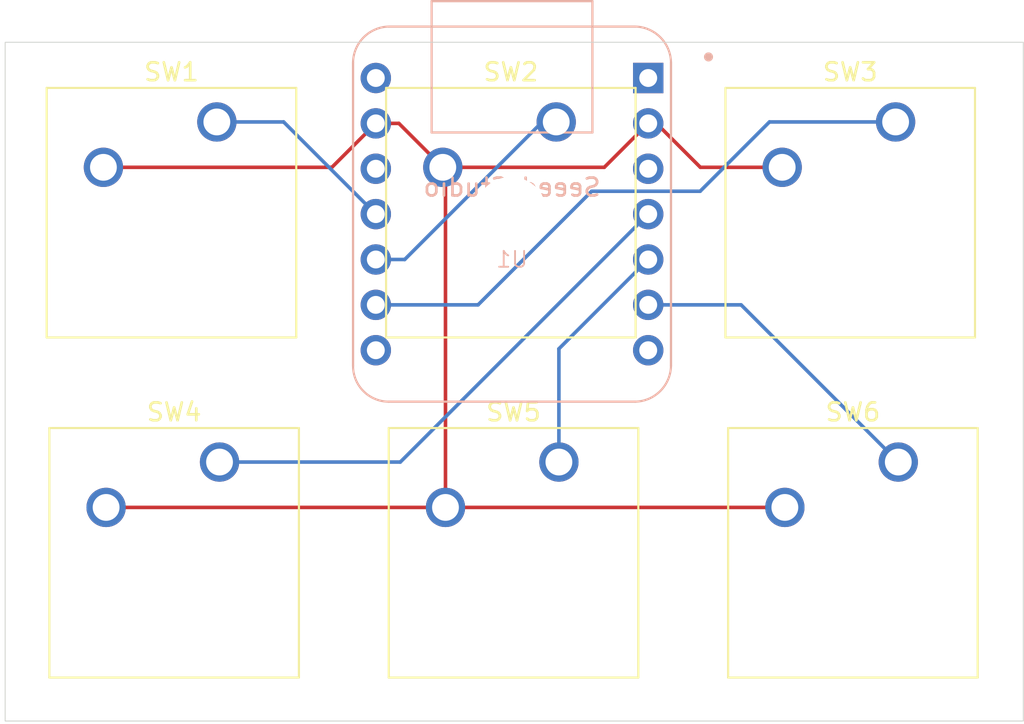
<source format=kicad_pcb>
(kicad_pcb (version 20240108) (generator "pcbnew") (generator_version "8.0")
  (layers (0 "F.Cu" signal) (31 "B.Cu" signal) (34 "B.Paste" user) (35 "F.Paste" user) (36 "B.SilkS" user "B.Silkscreen") (37 "F.SilkS" user "F.Silkscreen") (38 "B.Mask" user) (39 "F.Mask" user) (44 "Edge.Cuts" user))
  (net 0 "")
  (net 1 "GND")
  (net 2 "Net-(U1-PA6_A10_D10_MOSI)")
  (net 3 "Net-(U1-PA5_A9_D9_MISO)")
  (net 4 "Net-(U1-PA7_A8_D8_SCK)")
  (net 7 "Net-(U1-PA11_A3_D3)")
  (net 8 "Net-(U1-PA8_A4_D4_SDA)")
  (net 9 "Net-(U1-PA9_A5_D5_SCL)")
  (footprint "Button_Switch_Keyboard:SW_Cherry_MX_1.00u_PCB" (layer "F.Cu") (at 119.85 70.96)
    (property "Reference" "SW3" (at -2.54 -2.794 0) (layer "F.SilkS"))
    (property "Value" "SW_Push")
    (fp_line (start -9.525 -1.905) (end 4.445 -1.905) (stroke (width 0.12)) (layer "F.SilkS"))
    (fp_line (start -9.525 12.065) (end -9.525 -1.905) (stroke (width 0.12)) (layer "F.SilkS"))
    (fp_line (start 4.445 -1.905) (end 4.445 12.065) (stroke (width 0.12)) (layer "F.SilkS"))
    (fp_line (start 4.445 12.065) (end -9.525 12.065) (stroke (width 0.12)) (layer "F.SilkS"))
    (pad "" np_thru_hole circle (at -7.62 5.08) (size 1.7 1.7) (drill 1.7) (layers "*.Cu" "*.Mask"))
    (pad "" np_thru_hole circle (at -2.54 5.08) (size 4 4) (drill 4) (layers "*.Cu" "*.Mask"))
    (pad "" np_thru_hole circle (at 2.54 5.08) (size 1.7 1.7) (drill 1.7) (layers "*.Cu" "*.Mask"))
    (pad "1" thru_hole circle (at 0 0) (size 2.2 2.2) (drill 1.5) (layers "*.Cu" "*.Mask") (net 4 "Net-(U1-PA7_A8_D8_SCK)"))
    (pad "2" thru_hole circle (at -6.35 2.54) (size 2.2 2.2) (drill 1.5) (layers "*.Cu" "*.Mask") (net 1 "GND"))
  )
  (footprint "Button_Switch_Keyboard:SW_Cherry_MX_1.00u_PCB" (layer "F.Cu") (at 100.85 70.96)
    (property "Reference" "SW2" (at -2.54 -2.794 0) (layer "F.SilkS"))
    (property "Value" "SW_Push")
    (fp_line (start -9.525 -1.905) (end 4.445 -1.905) (stroke (width 0.12)) (layer "F.SilkS"))
    (fp_line (start -9.525 12.065) (end -9.525 -1.905) (stroke (width 0.12)) (layer "F.SilkS"))
    (fp_line (start 4.445 -1.905) (end 4.445 12.065) (stroke (width 0.12)) (layer "F.SilkS"))
    (fp_line (start 4.445 12.065) (end -9.525 12.065) (stroke (width 0.12)) (layer "F.SilkS"))
    (pad "" np_thru_hole circle (at -7.62 5.08) (size 1.7 1.7) (drill 1.7) (layers "*.Cu" "*.Mask"))
    (pad "" np_thru_hole circle (at -2.54 5.08) (size 4 4) (drill 4) (layers "*.Cu" "*.Mask"))
    (pad "" np_thru_hole circle (at 2.54 5.08) (size 1.7 1.7) (drill 1.7) (layers "*.Cu" "*.Mask"))
    (pad "1" thru_hole circle (at 0 0) (size 2.2 2.2) (drill 1.5) (layers "*.Cu" "*.Mask") (net 3 "Net-(U1-PA5_A9_D9_MISO)"))
    (pad "2" thru_hole circle (at -6.35 2.54) (size 2.2 2.2) (drill 1.5) (layers "*.Cu" "*.Mask") (net 1 "GND"))
  )
  (footprint "Button_Switch_Keyboard:SW_Cherry_MX_1.00u_PCB" (layer "F.Cu") (at 101 90)
    (property "Reference" "SW5" (at -2.54 -2.794 0) (layer "F.SilkS"))
    (property "Value" "SW_Push")
    (fp_line (start -9.525 -1.905) (end 4.445 -1.905) (stroke (width 0.12)) (layer "F.SilkS"))
    (fp_line (start -9.525 12.065) (end -9.525 -1.905) (stroke (width 0.12)) (layer "F.SilkS"))
    (fp_line (start 4.445 -1.905) (end 4.445 12.065) (stroke (width 0.12)) (layer "F.SilkS"))
    (fp_line (start 4.445 12.065) (end -9.525 12.065) (stroke (width 0.12)) (layer "F.SilkS"))
    (pad "" np_thru_hole circle (at -7.62 5.08) (size 1.7 1.7) (drill 1.7) (layers "*.Cu" "*.Mask"))
    (pad "" np_thru_hole circle (at -2.54 5.08) (size 4 4) (drill 4) (layers "*.Cu" "*.Mask"))
    (pad "" np_thru_hole circle (at 2.54 5.08) (size 1.7 1.7) (drill 1.7) (layers "*.Cu" "*.Mask"))
    (pad "1" thru_hole circle (at 0 0) (size 2.2 2.2) (drill 1.5) (layers "*.Cu" "*.Mask") (net 8 "Net-(U1-PA8_A4_D4_SDA)"))
    (pad "2" thru_hole circle (at -6.35 2.54) (size 2.2 2.2) (drill 1.5) (layers "*.Cu" "*.Mask") (net 1 "GND"))
  )
  (footprint "Button_Switch_Keyboard:SW_Cherry_MX_1.00u_PCB" (layer "F.Cu") (at 120 90)
    (property "Reference" "SW6" (at -2.54 -2.794 0) (layer "F.SilkS"))
    (property "Value" "SW_Push")
    (fp_line (start -9.525 -1.905) (end 4.445 -1.905) (stroke (width 0.12)) (layer "F.SilkS"))
    (fp_line (start -9.525 12.065) (end -9.525 -1.905) (stroke (width 0.12)) (layer "F.SilkS"))
    (fp_line (start 4.445 -1.905) (end 4.445 12.065) (stroke (width 0.12)) (layer "F.SilkS"))
    (fp_line (start 4.445 12.065) (end -9.525 12.065) (stroke (width 0.12)) (layer "F.SilkS"))
    (pad "" np_thru_hole circle (at -7.62 5.08) (size 1.7 1.7) (drill 1.7) (layers "*.Cu" "*.Mask"))
    (pad "" np_thru_hole circle (at -2.54 5.08) (size 4 4) (drill 4) (layers "*.Cu" "*.Mask"))
    (pad "" np_thru_hole circle (at 2.54 5.08) (size 1.7 1.7) (drill 1.7) (layers "*.Cu" "*.Mask"))
    (pad "1" thru_hole circle (at 0 0) (size 2.2 2.2) (drill 1.5) (layers "*.Cu" "*.Mask") (net 9 "Net-(U1-PA9_A5_D5_SCL)"))
    (pad "2" thru_hole circle (at -6.35 2.54) (size 2.2 2.2) (drill 1.5) (layers "*.Cu" "*.Mask") (net 1 "GND"))
  )
  (footprint "Button_Switch_Keyboard:SW_Cherry_MX_1.00u_PCB" (layer "F.Cu") (at 82 90)
    (property "Reference" "SW4" (at -2.54 -2.794 0) (layer "F.SilkS"))
    (property "Value" "SW_Push")
    (fp_line (start -9.525 -1.905) (end 4.445 -1.905) (stroke (width 0.12)) (layer "F.SilkS"))
    (fp_line (start -9.525 12.065) (end -9.525 -1.905) (stroke (width 0.12)) (layer "F.SilkS"))
    (fp_line (start 4.445 -1.905) (end 4.445 12.065) (stroke (width 0.12)) (layer "F.SilkS"))
    (fp_line (start 4.445 12.065) (end -9.525 12.065) (stroke (width 0.12)) (layer "F.SilkS"))
    (pad "" np_thru_hole circle (at -7.62 5.08) (size 1.7 1.7) (drill 1.7) (layers "*.Cu" "*.Mask"))
    (pad "" np_thru_hole circle (at -2.54 5.08) (size 4 4) (drill 4) (layers "*.Cu" "*.Mask"))
    (pad "" np_thru_hole circle (at 2.54 5.08) (size 1.7 1.7) (drill 1.7) (layers "*.Cu" "*.Mask"))
    (pad "1" thru_hole circle (at 0 0) (size 2.2 2.2) (drill 1.5) (layers "*.Cu" "*.Mask") (net 7 "Net-(U1-PA11_A3_D3)"))
    (pad "2" thru_hole circle (at -6.35 2.54) (size 2.2 2.2) (drill 1.5) (layers "*.Cu" "*.Mask") (net 1 "GND"))
  )
  (footprint "Button_Switch_Keyboard:SW_Cherry_MX_1.00u_PCB" (layer "F.Cu") (at 81.85 70.96)
    (property "Reference" "SW1" (at -2.54 -2.794 0) (layer "F.SilkS"))
    (property "Value" "SW_Push")
    (fp_line (start -9.525 -1.905) (end 4.445 -1.905) (stroke (width 0.12)) (layer "F.SilkS"))
    (fp_line (start -9.525 12.065) (end -9.525 -1.905) (stroke (width 0.12)) (layer "F.SilkS"))
    (fp_line (start 4.445 -1.905) (end 4.445 12.065) (stroke (width 0.12)) (layer "F.SilkS"))
    (fp_line (start 4.445 12.065) (end -9.525 12.065) (stroke (width 0.12)) (layer "F.SilkS"))
    (pad "" np_thru_hole circle (at -7.62 5.08) (size 1.7 1.7) (drill 1.7) (layers "*.Cu" "*.Mask"))
    (pad "" np_thru_hole circle (at -2.54 5.08) (size 4 4) (drill 4) (layers "*.Cu" "*.Mask"))
    (pad "" np_thru_hole circle (at 2.54 5.08) (size 1.7 1.7) (drill 1.7) (layers "*.Cu" "*.Mask"))
    (pad "1" thru_hole circle (at 0 0) (size 2.2 2.2) (drill 1.5) (layers "*.Cu" "*.Mask") (net 2 "Net-(U1-PA6_A10_D10_MOSI)"))
    (pad "2" thru_hole circle (at -6.35 2.54) (size 2.2 2.2) (drill 1.5) (layers "*.Cu" "*.Mask") (net 1 "GND"))
  )
  (footprint "Seeed Studio XIAO Series Library:XIAO-Generic-Thruhole-14P-2.54-21X17.8MM" (layer "B.Cu") (at 98.375 76.12 180)
    (property "Reference" "U1" (at 0 -2.54 0) (layer "B.SilkS") (effects (font (size 0.889 0.889) (thickness 0.1016)) (justify mirror)))
    (property "Value" "Seeed Studio XIAO SAMD21" (hide yes))
    (fp_line (start 8.9 8.5) (end 8.9 -8.5) (stroke (width 0.127)) (layer "B.SilkS"))
    (fp_line (start 6.9 -10.5) (end -6.9 -10.5) (stroke (width 0.127)) (layer "B.SilkS"))
    (fp_line (start 4.5 11.92403) (end -4.5 11.92403) (stroke (width 0.127)) (layer "B.SilkS"))
    (fp_line (start 4.5 4.57073) (end 4.5 11.92403) (stroke (width 0.127)) (layer "B.SilkS"))
    (fp_line (start -4.5 11.92403) (end -4.5 4.57073) (stroke (width 0.127)) (layer "B.SilkS"))
    (fp_line (start -4.5 4.57073) (end 4.5 4.57073) (stroke (width 0.127)) (layer "B.SilkS"))
    (fp_line (start -6.9 10.49909) (end 6.9 10.49909) (stroke (width 0.127)) (layer "B.SilkS"))
    (fp_line (start -8.9 -8.5) (end -8.9 8.5) (stroke (width 0.127)) (layer "B.SilkS"))
    (fp_arc (start 8.9 8.5) (mid 8.301492 9.901492) (end 6.9 10.5) (stroke (width 0.12)) (layer "B.SilkS"))
    (fp_arc (start 6.9 -10.5) (mid 8.314214 -9.914214) (end 8.9 -8.5) (stroke (width 0.12)) (layer "B.SilkS"))
    (fp_arc (start -6.9 10.5) (mid -8.301491 9.901491) (end -8.9 8.5) (stroke (width 0.12)) (layer "B.SilkS"))
    (fp_arc (start -8.9 -8.5) (mid -8.301423 -9.901423) (end -6.9 -10.5) (stroke (width 0.12)) (layer "B.SilkS"))
    (fp_circle (center -11 8.8) (end -11 9.054) (fill solid) (layer "B.SilkS"))
    (fp_poly (pts (xy -8.887715 8.561705) (xy -8.884667 8.610473) (xy -8.880603 8.659494)) (stroke (width 0.0254)) (fill none) (layer "B.SilkS"))
    (fp_poly (pts (xy 8.889492 -8.521574) (xy 8.887713 -8.57085) (xy 8.884665 -8.619618) (xy 8.880601 -8.668639) (xy 8.875268 -8.717407) (xy 8.868664 -8.766175) (xy 8.861044 -8.81469) (xy 8.852153 -8.86295) (xy 8.842248 -8.910955)) (stroke (width 0.0254)) (fill none) (layer "B.SilkS"))
    (fp_text user "XIAO" (at 0 -0.5 0) (layer "B.SilkS") (effects (justify mirror)))
    (fp_text user "Seeed Studio" (at 0 1.5 0) (layer "B.SilkS") (effects (justify mirror)))
    (pad "1" thru_hole rect (at -7.625 7.62 180) (size 1.7 1.7) (drill 1) (layers "*.Cu" "*.Mask"))
    (pad "2" thru_hole circle (at -7.625 5.08 180) (size 1.7 1.7) (drill 1) (layers "*.Cu" "*.Mask") (net 1 "GND"))
    (pad "3" thru_hole circle (at -7.625 2.54 180) (size 1.7 1.7) (drill 1) (layers "*.Cu" "*.Mask"))
    (pad "4" thru_hole circle (at -7.625 0 180) (size 1.7 1.7) (drill 1) (layers "*.Cu" "*.Mask") (net 7 "Net-(U1-PA11_A3_D3)"))
    (pad "5" thru_hole circle (at -7.625 -2.54 180) (size 1.7 1.7) (drill 1) (layers "*.Cu" "*.Mask") (net 8 "Net-(U1-PA8_A4_D4_SDA)"))
    (pad "6" thru_hole circle (at -7.625 -5.08) (size 1.7 1.7) (drill 1) (layers "*.Cu" "*.Mask") (net 9 "Net-(U1-PA9_A5_D5_SCL)"))
    (pad "7" thru_hole circle (at -7.625 -7.62 180) (size 1.7 1.7) (drill 1) (layers "*.Cu" "*.Mask"))
    (pad "8" thru_hole circle (at 7.625 -7.62 180) (size 1.7 1.7) (drill 1) (layers "*.Cu" "*.Mask"))
    (pad "9" thru_hole circle (at 7.625 -5.08 180) (size 1.7 1.7) (drill 1) (layers "*.Cu" "*.Mask") (net 4 "Net-(U1-PA7_A8_D8_SCK)"))
    (pad "10" thru_hole circle (at 7.625 -2.54 180) (size 1.7 1.7) (drill 1) (layers "*.Cu" "*.Mask") (net 3 "Net-(U1-PA5_A9_D9_MISO)"))
    (pad "11" thru_hole circle (at 7.625 0 180) (size 1.7 1.7) (drill 1) (layers "*.Cu" "*.Mask") (net 2 "Net-(U1-PA6_A10_D10_MOSI)"))
    (pad "12" thru_hole circle (at 7.625 2.54 180) (size 1.7 1.7) (drill 1) (layers "*.Cu" "*.Mask"))
    (pad "13" thru_hole circle (at 7.625 5.08 180) (size 1.7 1.7) (drill 1) (layers "*.Cu" "*.Mask") (net 1 "GND"))
    (pad "14" thru_hole circle (at 7.625 7.62 180) (size 1.7 1.7) (drill 1) (layers "*.Cu" "*.Mask"))
  )
  (gr_rect (start 70 66.5) (end 127 104.5) (stroke (width 0.05)) (fill none) (layer "Edge.Cuts"))
  (segment (start 94.65 92.54) (end 75.65 92.54) (width 0.2) (layer "F.Cu") (net 1))
  (segment (start 108.92 73.5) (end 113.5 73.5) (width 0.2) (layer "F.Cu") (net 1))
  (segment (start 90.75 71.04) (end 92.04 71.04) (width 0.2) (layer "F.Cu") (net 1))
  (segment (start 106.46 71.04) (end 108.92 73.5) (width 0.2) (layer "F.Cu") (net 1))
  (segment (start 94.5 73.04) (end 94.5 73.5) (width 0.2) (layer "F.Cu") (net 1))
  (segment (start 94.5 73.5) (end 103.54 73.5) (width 0.2) (layer "F.Cu") (net 1))
  (segment (start 103.54 73.5) (end 106 71.04) (width 0.2) (layer "F.Cu") (net 1))
  (segment (start 113.65 92.54) (end 94.65 92.54) (width 0.2) (layer "F.Cu") (net 1))
  (segment (start 94.65 92.54) (end 94.65 73.65) (width 0.2) (layer "F.Cu") (net 1))
  (segment (start 92.04 71.04) (end 94.5 73.5) (width 0.2) (layer "F.Cu") (net 1))
  (segment (start 106 71.04) (end 106.46 71.04) (width 0.2) (layer "F.Cu") (net 1))
  (segment (start 88.29 73.5) (end 90.75 71.04) (width 0.2) (layer "F.Cu") (net 1))
  (segment (start 94.65 73.65) (end 94.5 73.5) (width 0.2) (layer "F.Cu") (net 1))
  (segment (start 75.5 73.5) (end 88.29 73.5) (width 0.2) (layer "F.Cu") (net 1))
  (segment (start 85.59 70.96) (end 90.75 76.12) (width 0.2) (layer "B.Cu") (net 2))
  (segment (start 81.85 70.96) (end 85.59 70.96) (width 0.2) (layer "B.Cu") (net 2))
  (segment (start 92.366598 78.66) (end 100.066598 70.96) (width 0.2) (layer "B.Cu") (net 3))
  (segment (start 90.75 78.66) (end 92.366598 78.66) (width 0.2) (layer "B.Cu") (net 3))
  (segment (start 100.066598 70.96) (end 100.85 70.96) (width 0.2) (layer "B.Cu") (net 3))
  (segment (start 119.85 70.96) (end 112.786346 70.96) (width 0.2) (layer "B.Cu") (net 4))
  (segment (start 96.473402 81.2) (end 90.75 81.2) (width 0.2) (layer "B.Cu") (net 4))
  (segment (start 112.786346 70.96) (end 108.906346 74.84) (width 0.2) (layer "B.Cu") (net 4))
  (segment (start 108.906346 74.84) (end 102.833402 74.84) (width 0.2) (layer "B.Cu") (net 4))
  (segment (start 102.833402 74.84) (end 96.473402 81.2) (width 0.2) (layer "B.Cu") (net 4))
  (segment (start 92.12 90) (end 106 76.12) (width 0.2) (layer "B.Cu") (net 7))
  (segment (start 82 90) (end 92.12 90) (width 0.2) (layer "B.Cu") (net 7))
  (segment (start 101 83.66) (end 101 90) (width 0.2) (layer "B.Cu") (net 8))
  (segment (start 106 78.66) (end 101 83.66) (width 0.2) (layer "B.Cu") (net 8))
  (segment (start 111.2 81.2) (end 120 90) (width 0.2) (layer "B.Cu") (net 9))
  (segment (start 106 81.2) (end 111.2 81.2) (width 0.2) (layer "B.Cu") (net 9))
)
</source>
